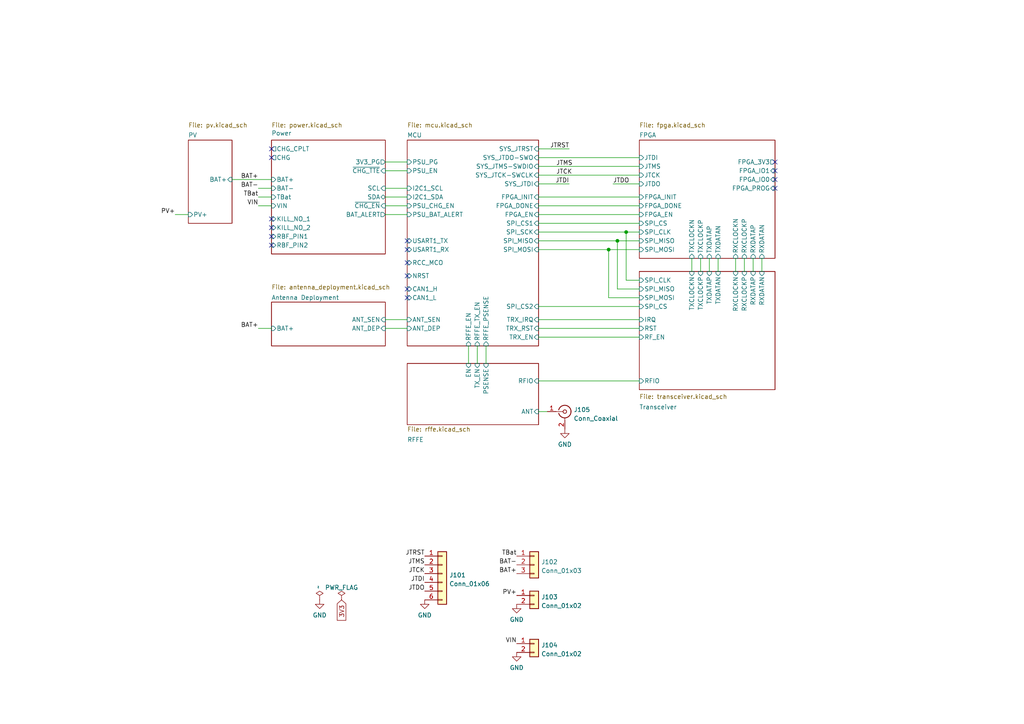
<source format=kicad_sch>
(kicad_sch (version 20211123) (generator eeschema)
  (paper "A4")
  (title_block (title "SIDLOC") (date "2022-03-16") (company "Libre Space Foundation"))
  (lib_symbols
    (symbol "Connector:Conn_Coaxial" (pin_names (offset 1.016) hide)
      (property "Reference" "J" (at 0.254 3.048 0))
      (property "Value" "Conn_Coaxial" (at 2.921 0 90))
      (symbol "Conn_Coaxial_0_1"
        (arc (start -1.778 -0.508) (mid 0.222 -1.808) (end 1.778 0) (stroke (width 0.254)))
        (polyline (pts (xy -2.54 0) (xy -0.508 0)))
        (polyline (pts (xy 0 -2.54) (xy 0 -1.778)))
        (circle (center 0 0) (radius 0.508) (stroke (width 0.2032)))
        (arc (start 1.778 0) (mid 0.222 1.8083) (end -1.778 0.508) (stroke (width 0.254)))
      )
      (symbol "Conn_Coaxial_1_1"
        (pin passive line (at -5.08 0 0) (length 2.54) (name "In") (number "1"))
        (pin passive line (at 0 -5.08 90) (length 2.54) (name "Ext") (number "2"))
      )
    )
    (symbol "Connector_Generic:Conn_01x02" (pin_names (offset 1.016) hide)
      (property "Reference" "J" (at 0 2.54 0))
      (property "Value" "Conn_01x02" (at 0 -5.08 0))
      (symbol "Conn_01x02_1_1"
        (rectangle (start -1.27 -2.413) (end 0 -2.667) (stroke (width 0.1524)))
        (rectangle (start -1.27 0.127) (end 0 -0.127) (stroke (width 0.1524)))
        (rectangle (start -1.27 1.27) (end 1.27 -3.81) (stroke (width 0.254)) (fill (type background)))
        (pin passive line (at -5.08 0 0) (length 3.81) (name "Pin_1") (number "1"))
        (pin passive line (at -5.08 -2.54 0) (length 3.81) (name "Pin_2") (number "2"))
      )
    )
    (symbol "Connector_Generic:Conn_01x03" (pin_names (offset 1.016) hide)
      (property "Reference" "J" (at 0 5.08 0))
      (property "Value" "Conn_01x03" (at 0 -5.08 0))
      (symbol "Conn_01x03_1_1"
        (rectangle (start -1.27 -2.413) (end 0 -2.667) (stroke (width 0.1524)))
        (rectangle (start -1.27 0.127) (end 0 -0.127) (stroke (width 0.1524)))
        (rectangle (start -1.27 2.667) (end 0 2.413) (stroke (width 0.1524)))
        (rectangle (start -1.27 3.81) (end 1.27 -3.81) (stroke (width 0.254)) (fill (type background)))
        (pin passive line (at -5.08 2.54 0) (length 3.81) (name "Pin_1") (number "1"))
        (pin passive line (at -5.08 0 0) (length 3.81) (name "Pin_2") (number "2"))
        (pin passive line (at -5.08 -2.54 0) (length 3.81) (name "Pin_3") (number "3"))
      )
    )
    (symbol "Connector_Generic:Conn_01x06" (pin_names (offset 1.016) hide)
      (property "Reference" "J" (at 0 7.62 0))
      (property "Value" "Conn_01x06" (at 0 -10.16 0))
      (symbol "Conn_01x06_1_1"
        (rectangle (start -1.27 -7.493) (end 0 -7.747) (stroke (width 0.1524)))
        (rectangle (start -1.27 -4.953) (end 0 -5.207) (stroke (width 0.1524)))
        (rectangle (start -1.27 -2.413) (end 0 -2.667) (stroke (width 0.1524)))
        (rectangle (start -1.27 0.127) (end 0 -0.127) (stroke (width 0.1524)))
        (rectangle (start -1.27 2.667) (end 0 2.413) (stroke (width 0.1524)))
        (rectangle (start -1.27 5.207) (end 0 4.953) (stroke (width 0.1524)))
        (rectangle (start -1.27 6.35) (end 1.27 -8.89) (stroke (width 0.254)) (fill (type background)))
        (pin passive line (at -5.08 5.08 0) (length 3.81) (name "Pin_1") (number "1"))
        (pin passive line (at -5.08 2.54 0) (length 3.81) (name "Pin_2") (number "2"))
        (pin passive line (at -5.08 0 0) (length 3.81) (name "Pin_3") (number "3"))
        (pin passive line (at -5.08 -2.54 0) (length 3.81) (name "Pin_4") (number "4"))
        (pin passive line (at -5.08 -5.08 0) (length 3.81) (name "Pin_5") (number "5"))
        (pin passive line (at -5.08 -7.62 0) (length 3.81) (name "Pin_6") (number "6"))
      )
    )
    (symbol "power:GND" (power) (pin_names (offset 0))
      (property "Value" "GND" (at 0 -3.81 0))
      (symbol "GND_0_1"
        (polyline (pts (xy 0 0) (xy 0 -1.27) (xy 1.27 -1.27) (xy 0 -2.54) (xy -1.27 -1.27) (xy 0 -1.27)))
      )
      (symbol "GND_1_1"
        (pin power_in line (at 0 0 270) (length 0) hide (name "GND") (number "1"))
      )
    )
    (symbol "power:PWR_FLAG" (power) (pin_numbers hide) (pin_names (offset 0) hide)
      (property "Value" "PWR_FLAG" (at 0 3.81 0))
      (symbol "PWR_FLAG_0_0"
        (pin power_out line (at 0 0 90) (length 0) (name "pwr") (number "1"))
      )
      (symbol "PWR_FLAG_0_1"
        (polyline (pts (xy 0 0) (xy 0 1.27) (xy -1.016 1.905) (xy 0 2.54) (xy 1.016 1.905) (xy 0 1.27)))
      )
    )
  )
  (junction (at 176.53 72.39))
  (junction (at 179.07 69.85))
  (junction (at 181.61 67.31))
  (no_connect (at 224.79 46.99))
  (no_connect (at 78.74 63.5))
  (no_connect (at 78.74 71.12))
  (no_connect (at 78.74 66.04))
  (no_connect (at 78.74 68.58))
  (no_connect (at 78.74 45.72))
  (no_connect (at 78.74 43.18))
  (no_connect (at 224.79 52.07))
  (no_connect (at 224.79 49.53))
  (no_connect (at 224.79 54.61))
  (no_connect (at 118.11 69.85))
  (no_connect (at 118.11 72.39))
  (no_connect (at 118.11 83.82))
  (no_connect (at 118.11 86.36))
  (no_connect (at 118.11 80.01))
  (no_connect (at 118.11 76.2))
  (wire (pts (xy 185.42 83.82) (xy 179.07 83.82)))
  (wire (pts (xy 156.21 43.18) (xy 165.1 43.18)))
  (wire (pts (xy 156.21 59.69) (xy 185.42 59.69)))
  (wire (pts (xy 156.21 92.71) (xy 185.42 92.71)))
  (wire (pts (xy 185.42 86.36) (xy 176.53 86.36)))
  (wire (pts (xy 156.21 67.31) (xy 181.61 67.31)))
  (wire (pts (xy 156.21 50.8) (xy 185.42 50.8)))
  (wire (pts (xy 156.21 69.85) (xy 179.07 69.85)))
  (wire (pts (xy 177.8 53.34) (xy 185.42 53.34)))
  (wire (pts (xy 111.76 62.23) (xy 118.11 62.23)))
  (wire (pts (xy 156.21 62.23) (xy 185.42 62.23)))
  (wire (pts (xy 156.21 97.79) (xy 185.42 97.79)))
  (wire (pts (xy 203.2 74.93) (xy 203.2 78.74)))
  (wire (pts (xy 111.76 95.25) (xy 118.11 95.25)))
  (wire (pts (xy 111.76 59.69) (xy 118.11 59.69)))
  (wire (pts (xy 111.76 49.53) (xy 118.11 49.53)))
  (wire (pts (xy 156.21 57.15) (xy 185.42 57.15)))
  (wire (pts (xy 176.53 72.39) (xy 185.42 72.39)))
  (wire (pts (xy 200.66 74.93) (xy 200.66 78.74)))
  (wire (pts (xy 74.93 95.25) (xy 78.74 95.25)))
  (wire (pts (xy 205.74 74.93) (xy 205.74 78.74)))
  (wire (pts (xy 156.21 119.38) (xy 158.75 119.38)))
  (wire (pts (xy 156.21 53.34) (xy 165.1 53.34)))
  (wire (pts (xy 156.21 64.77) (xy 185.42 64.77)))
  (wire (pts (xy 181.61 67.31) (xy 185.42 67.31)))
  (wire (pts (xy 220.98 74.93) (xy 220.98 78.74)))
  (wire (pts (xy 176.53 72.39) (xy 176.53 86.36)))
  (wire (pts (xy 156.21 45.72) (xy 185.42 45.72)))
  (wire (pts (xy 179.07 69.85) (xy 185.42 69.85)))
  (wire (pts (xy 78.74 57.15) (xy 74.93 57.15)))
  (wire (pts (xy 156.21 110.49) (xy 185.42 110.49)))
  (wire (pts (xy 135.89 100.33) (xy 135.89 105.41)))
  (wire (pts (xy 185.42 81.28) (xy 181.61 81.28)))
  (wire (pts (xy 156.21 48.26) (xy 185.42 48.26)))
  (wire (pts (xy 218.44 74.93) (xy 218.44 78.74)))
  (wire (pts (xy 138.43 100.33) (xy 138.43 105.41)))
  (wire (pts (xy 78.74 59.69) (xy 74.93 59.69)))
  (wire (pts (xy 111.76 54.61) (xy 118.11 54.61)))
  (wire (pts (xy 213.36 74.93) (xy 213.36 78.74)))
  (wire (pts (xy 156.21 72.39) (xy 176.53 72.39)))
  (wire (pts (xy 215.9 74.93) (xy 215.9 78.74)))
  (wire (pts (xy 54.61 62.23) (xy 50.8 62.23)))
  (wire (pts (xy 111.76 46.99) (xy 118.11 46.99)))
  (wire (pts (xy 156.21 95.25) (xy 185.42 95.25)))
  (wire (pts (xy 156.21 88.9) (xy 185.42 88.9)))
  (wire (pts (xy 67.31 52.07) (xy 78.74 52.07)))
  (wire (pts (xy 179.07 69.85) (xy 179.07 83.82)))
  (wire (pts (xy 181.61 67.31) (xy 181.61 81.28)))
  (wire (pts (xy 208.28 74.93) (xy 208.28 78.74)))
  (wire (pts (xy 78.74 54.61) (xy 74.93 54.61)))
  (wire (pts (xy 111.76 92.71) (xy 118.11 92.71)))
  (wire (pts (xy 140.97 100.33) (xy 140.97 105.41)))
  (wire (pts (xy 111.76 57.15) (xy 118.11 57.15)))
  (label "PV+" (at 50.8 62.23 180))
  (label "JTDO" (at 123.19 171.45 180))
  (label "TBat" (at 74.93 57.15 180))
  (label "JTDO" (at 177.8 53.34 0))
  (label "BAT+" (at 74.93 95.25 180))
  (label "JTDI" (at 123.19 168.91 180))
  (label "JTRST" (at 123.19 161.29 180))
  (label "JTRST" (at 165.1 43.18 180))
  (label "JTMS" (at 161.29 48.26 0))
  (label "JTMS" (at 123.19 163.83 180))
  (label "PV+" (at 149.86 172.72 180))
  (label "JTCK" (at 123.19 166.37 180))
  (label "JTDI" (at 165.1 53.34 180))
  (label "BAT-" (at 149.86 163.83 180))
  (label "VIN" (at 74.93 59.69 180))
  (label "JTCK" (at 161.29 50.8 0))
  (label "BAT+" (at 74.93 52.07 180))
  (label "VIN" (at 149.86 186.69 180))
  (label "BAT-" (at 74.93 54.61 180))
  (label "TBat" (at 149.86 161.29 180))
  (label "BAT+" (at 149.86 166.37 180))
  (global_label "3V3" (shape input) (at 99.06 173.99 270) (property "Intersheet References" "${INTERSHEET_REFS}" (effects hide)))
  (symbol (lib_id "power:GND") (at 149.86 189.23 0) (unit 1)
    (property "Reference" "#PWR0103" (effects hide))
    (property "Value" "GND" (at 149.86 193.6734 0))
  )
  (symbol (lib_id "power:GND") (at 163.83 124.46 0) (unit 1)
    (property "Reference" "#PWR0104" (effects hide))
    (property "Value" "GND" (at 163.83 128.9034 0))
  )
  (symbol (lib_id "power:PWR_FLAG") (at 99.06 173.99 0) (unit 1)
    (property "Reference" "#FLG0102" (effects hide))
    (property "Value" "PWR_FLAG" (at 99.06 170.4142 0))
  )
  (symbol (lib_id "Connector_Generic:Conn_01x02") (at 154.94 172.72 0) (unit 1)
    (property "Reference" "J103" (at 156.972 173.1553 0) (effects (justify left)))
    (property "Value" "Conn_01x02" (at 156.972 175.6922 0) (effects (justify left)))
  )
  (symbol (lib_id "power:PWR_FLAG") (at 92.71 173.99 0) (unit 1)
    (property "Reference" "#FLG0101" (effects hide))
    (property "Value" "~" (at 92.2762 170.8151 90) (effects (justify left)))
  )
  (symbol (lib_id "power:GND") (at 149.86 175.26 0) (unit 1)
    (property "Reference" "#PWR0102" (effects hide))
    (property "Value" "GND" (at 149.86 179.7034 0))
  )
  (symbol (lib_id "Connector_Generic:Conn_01x02") (at 154.94 186.69 0) (unit 1)
    (property "Reference" "J104" (at 156.972 187.1253 0) (effects (justify left)))
    (property "Value" "Conn_01x02" (at 156.972 189.6622 0) (effects (justify left)))
  )
  (symbol (lib_id "Connector_Generic:Conn_01x03") (at 154.94 163.83 0) (unit 1)
    (property "Reference" "J102" (at 156.972 162.9953 0) (effects (justify left)))
    (property "Value" "Conn_01x03" (at 156.972 165.5322 0) (effects (justify left)))
  )
  (symbol (lib_id "power:GND") (at 123.19 173.99 0) (unit 1)
    (property "Reference" "#PWR0101" (effects hide))
    (property "Value" "GND" (at 123.19 178.4334 0))
  )
  (symbol (lib_id "Connector_Generic:Conn_01x06") (at 128.27 166.37 0) (unit 1)
    (property "Reference" "J101" (at 130.302 166.8053 0) (effects (justify left)))
    (property "Value" "Conn_01x06" (at 130.302 169.3422 0) (effects (justify left)))
  )
  (symbol (lib_id "power:GND") (at 92.71 173.99 0) (unit 1)
    (property "Reference" "#PWR0105" (effects hide))
    (property "Value" "GND" (at 92.71 178.4334 0))
  )
  (symbol (lib_id "Connector:Conn_Coaxial") (at 163.83 119.38 0) (unit 1)
    (property "Reference" "J105" (at 166.37 118.8385 0) (effects (justify left)))
    (property "Value" "Conn_Coaxial" (at 166.37 121.3754 0) (effects (justify left)))
    (property "Datasheet" " ~" (effects hide))
  )
  (sheet (at 54.61 40.64) (size 12.7 24.13) (stroke (width 0.1524))
    (property "Sheet name" "PV" (at 54.61 39.9284 0) (effects (justify left bottom)))
    (property "Sheet file" "pv.kicad_sch" (at 54.61 35.56 0) (effects (justify left top)))
    (pin "PV+" input (at 54.61 62.23 180))
    (pin "BAT+" input (at 67.31 52.07 0))
  )
  (sheet (at 185.42 78.74) (size 39.37 34.29) (stroke (width 0.1524))
    (property "Sheet name" "Transceiver" (at 185.42 118.7954 0) (effects (justify left bottom)))
    (property "Sheet file" "transceiver.kicad_sch" (at 185.42 114.3 0) (effects (justify left top)))
    (pin "TXDATAP" input (at 205.74 78.74 90))
    (pin "TXDATAN" input (at 208.28 78.74 90))
    (pin "TXCLOCKN" input (at 200.66 78.74 90))
    (pin "TXCLOCKP" input (at 203.2 78.74 90))
    (pin "RXCLOCKP" input (at 215.9 78.74 90))
    (pin "RXCLOCKN" input (at 213.36 78.74 90))
    (pin "RXDATAP" input (at 218.44 78.74 90))
    (pin "RXDATAN" input (at 220.98 78.74 90))
    (pin "SPI_MOSI" input (at 185.42 86.36 180))
    (pin "SPI_CLK" input (at 185.42 81.28 180))
    (pin "SPI_CS" input (at 185.42 88.9 180))
    (pin "SPI_MISO" input (at 185.42 83.82 180))
    (pin "IRQ" input (at 185.42 92.71 180))
    (pin "RST" input (at 185.42 95.25 180))
    (pin "RFIO" input (at 185.42 110.49 180))
    (pin "RF_EN" input (at 185.42 97.79 180))
  )
  (sheet (at 118.11 105.41) (size 38.1 17.78) (stroke (width 0.1524))
    (property "Sheet name" "RFFE" (at 118.11 128.27 0) (effects (justify left bottom)))
    (property "Sheet file" "rffe.kicad_sch" (at 118.11 123.7746 0) (effects (justify left top)))
    (pin "EN" input (at 135.89 105.41 90))
    (pin "TX_EN" input (at 138.43 105.41 90))
    (pin "RFIO" input (at 156.21 110.49 0))
    (pin "ANT" input (at 156.21 119.38 0))
    (pin "PSENSE" input (at 140.97 105.41 90))
  )
  (sheet (at 78.74 40.64) (size 33.02 33.02) (stroke (width 0.1524))
    (property "Sheet name" "Power" (at 78.74 39.37 0) (effects (justify left bottom)))
    (property "Sheet file" "power.kicad_sch" (at 78.74 35.56 0) (effects (justify left top)))
    (pin "TBat" input (at 78.74 57.15 180))
    (pin "SCL" input (at 111.76 54.61 0))
    (pin "BAT+" input (at 78.74 52.07 180))
    (pin "BAT-" input (at 78.74 54.61 180))
    (pin "3V3_PG" output (at 111.76 46.99 0))
    (pin "SDA" bidirectional (at 111.76 57.15 0))
    (pin "BAT_ALERT" output (at 111.76 62.23 0))
    (pin "CHG_CPLT" output (at 78.74 43.18 180))
    (pin "CHG" output (at 78.74 45.72 180))
    (pin "VIN" input (at 78.74 59.69 180))
    (pin "~{CHG_EN}" input (at 111.76 59.69 0))
    (pin "~{CHG_TTE}" input (at 111.76 49.53 0))
    (pin "RBF_PIN2" input (at 78.74 71.12 180))
    (pin "KILL_NO_2" input (at 78.74 66.04 180))
    (pin "RBF_PIN1" input (at 78.74 68.58 180))
    (pin "KILL_NO_1" input (at 78.74 63.5 180))
  )
  (sheet (at 185.42 40.64) (size 39.37 34.29) (stroke (width 0.1524))
    (property "Sheet name" "FPGA" (at 185.42 39.9284 0) (effects (justify left bottom)))
    (property "Sheet file" "fpga.kicad_sch" (at 185.42 35.56 0) (effects (justify left top)))
    (pin "JTDO" input (at 185.42 53.34 180))
    (pin "JTMS" input (at 185.42 48.26 180))
    (pin "JTCK" input (at 185.42 50.8 180))
    (pin "JTDI" input (at 185.42 45.72 180))
    (pin "FPGA_DONE" input (at 185.42 59.69 180))
    (pin "FPGA_INIT" input (at 185.42 57.15 180))
    (pin "FPGA_PROG" input (at 224.79 54.61 0))
    (pin "FPGA_IO0" input (at 224.79 52.07 0))
    (pin "FPGA_IO1" input (at 224.79 49.53 0))
    (pin "SPI_MISO" input (at 185.42 69.85 180))
    (pin "SPI_MOSI" input (at 185.42 72.39 180))
    (pin "SPI_CLK" input (at 185.42 67.31 180))
    (pin "SPI_CS" input (at 185.42 64.77 180))
    (pin "TXCLOCKN" input (at 200.66 74.93 270))
    (pin "TXCLOCKP" input (at 203.2 74.93 270))
    (pin "TXDATAP" input (at 205.74 74.93 270))
    (pin "TXDATAN" input (at 208.28 74.93 270))
    (pin "RXCLOCKN" input (at 213.36 74.93 270))
    (pin "RXCLOCKP" input (at 215.9 74.93 270))
    (pin "RXDATAP" input (at 218.44 74.93 270))
    (pin "RXDATAN" input (at 220.98 74.93 270))
    (pin "FPGA_EN" input (at 185.42 62.23 180))
    (pin "FPGA_3V3" output (at 224.79 46.99 0))
  )
  (sheet (at 118.11 40.64) (size 38.1 59.69) (stroke (width 0.1524))
    (property "Sheet name" "MCU" (at 118.11 39.9284 0) (effects (justify left bottom)))
    (property "Sheet file" "mcu.kicad_sch" (at 118.11 35.56 0) (effects (justify left top)))
    (pin "USART1_TX" input (at 118.11 69.85 180))
    (pin "SYS_JTDO-SWO" input (at 156.21 45.72 0))
    (pin "USART1_RX" input (at 118.11 72.39 180))
    (pin "SYS_JTRST" input (at 156.21 43.18 0))
    (pin "SYS_JTMS-SWDIO" input (at 156.21 48.26 0))
    (pin "SYS_JTCK-SWCLK" input (at 156.21 50.8 0))
    (pin "SYS_JTDI" input (at 156.21 53.34 0))
    (pin "I2C1_SCL" input (at 118.11 54.61 180))
    (pin "RCC_MCO" input (at 118.11 76.2 180))
    (pin "I2C1_SDA" input (at 118.11 57.15 180))
    (pin "NRST" input (at 118.11 80.01 180))
    (pin "CAN1_H" input (at 118.11 83.82 180))
    (pin "CAN1_L" input (at 118.11 86.36 180))
    (pin "SPI_CS2" input (at 156.21 88.9 0))
    (pin "RFFE_EN" input (at 135.89 100.33 270))
    (pin "PSU_EN" input (at 118.11 49.53 180))
    (pin "TRX_IRQ" input (at 156.21 92.71 0))
    (pin "ANT_SEN" input (at 118.11 92.71 180))
    (pin "FPGA_DONE" input (at 156.21 59.69 0))
    (pin "RFFE_TX_EN" input (at 138.43 100.33 270))
    (pin "PSU_CHG_EN" input (at 118.11 59.69 180))
    (pin "TRX_EN" input (at 156.21 97.79 0))
    (pin "FPGA_EN" input (at 156.21 62.23 0))
    (pin "PSU_BAT_ALERT" input (at 118.11 62.23 180))
    (pin "RFFE_PSENSE" input (at 140.97 100.33 270))
    (pin "PSU_PG" input (at 118.11 46.99 180))
    (pin "TRX_RST" input (at 156.21 95.25 0))
    (pin "ANT_DEP" input (at 118.11 95.25 180))
    (pin "SPI_CS1" input (at 156.21 64.77 0))
    (pin "SPI_MISO" input (at 156.21 69.85 0))
    (pin "SPI_SCK" input (at 156.21 67.31 0))
    (pin "SPI_MOSI" input (at 156.21 72.39 0))
    (pin "FPGA_INIT" input (at 156.21 57.15 0))
  )
  (sheet (at 78.74 87.63) (size 33.02 12.7) (stroke (width 0.1524))
    (property "Sheet name" "Antenna Deployment" (at 78.74 87.0454 0) (effects (justify left bottom)))
    (property "Sheet file" "antenna_deployment.kicad_sch" (at 78.74 82.55 0) (effects (justify left top)))
    (pin "ANT_DEP" input (at 111.76 95.25 0))
    (pin "ANT_SEN" input (at 111.76 92.71 0))
    (pin "BAT+" input (at 78.74 95.25 180))
  )
)
</source>
